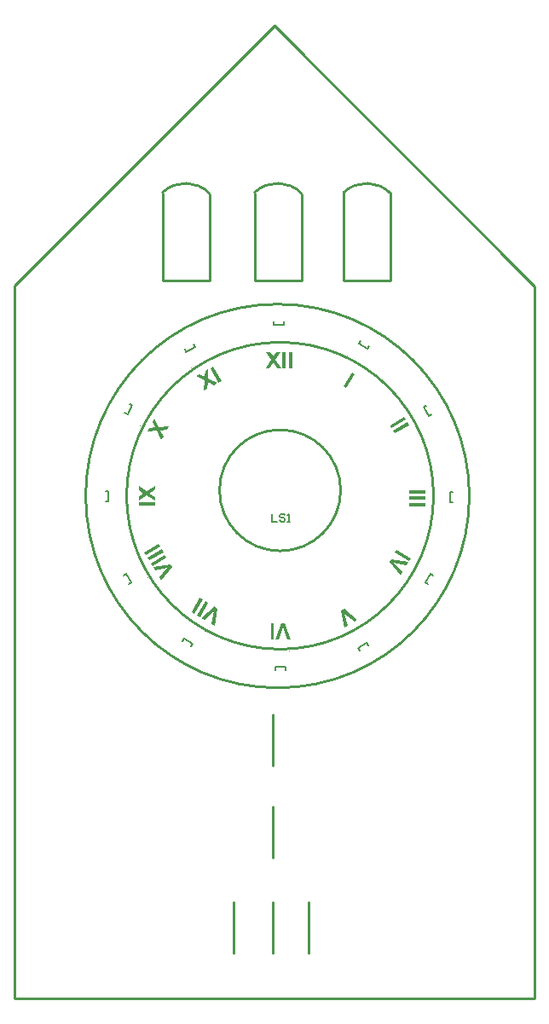
<source format=gto>
G04*
G04 #@! TF.GenerationSoftware,Altium Limited,Altium Designer,18.1.9 (240)*
G04*
G04 Layer_Color=65535*
%FSLAX24Y24*%
%MOIN*%
G70*
G01*
G75*
%ADD10C,0.0100*%
%ADD11C,0.0039*%
%ADD12C,0.0079*%
%ADD13C,0.0060*%
G36*
X7535Y15863D02*
X7215Y15309D01*
X7103Y15374D01*
X7423Y15928D01*
X7535Y15863D01*
D02*
G37*
G36*
X7750Y15739D02*
X7430Y15184D01*
X7318Y15249D01*
X7638Y15804D01*
X7750Y15739D01*
D02*
G37*
G36*
X8121Y15525D02*
X8000Y14856D01*
X7879Y14926D01*
X7975Y15417D01*
X7603Y15085D01*
X7483Y15154D01*
X8000Y15595D01*
X8121Y15525D01*
D02*
G37*
G36*
X15664Y17490D02*
X15600Y17378D01*
X15045Y17698D01*
X15110Y17810D01*
X15664Y17490D01*
D02*
G37*
G36*
X15570Y17327D02*
X15501Y17206D01*
X15009Y17302D01*
X15341Y16930D01*
X15272Y16811D01*
X14832Y17328D01*
X14901Y17449D01*
X15570Y17327D01*
D02*
G37*
G36*
X5819Y22611D02*
X6217Y22635D01*
X6140Y22501D01*
X5881Y22486D01*
X5998Y22255D01*
X5920Y22120D01*
X5742Y22478D01*
X5376Y22458D01*
X5451Y22588D01*
X5680Y22602D01*
X5578Y22808D01*
X5653Y22938D01*
X5819Y22611D01*
D02*
G37*
G36*
X5670Y20167D02*
X5454Y20026D01*
X5670Y19883D01*
Y19728D01*
X5337Y19949D01*
X5030Y19748D01*
Y19899D01*
X5221Y20026D01*
X5030Y20152D01*
Y20303D01*
X5337Y20102D01*
X5670Y20323D01*
Y20167D01*
D02*
G37*
G36*
Y19540D02*
X5030D01*
Y19670D01*
X5670D01*
Y19540D01*
D02*
G37*
G36*
X5872Y17931D02*
X5318Y17610D01*
X5253Y17723D01*
X5808Y18043D01*
X5872Y17931D01*
D02*
G37*
G36*
X5997Y17715D02*
X5442Y17395D01*
X5378Y17507D01*
X5932Y17827D01*
X5997Y17715D01*
D02*
G37*
G36*
X6121Y17500D02*
X5567Y17180D01*
X5502Y17292D01*
X6056Y17612D01*
X6121Y17500D01*
D02*
G37*
G36*
X6335Y17129D02*
X5896Y16610D01*
X5826Y16731D01*
X6155Y17109D01*
X5666Y17007D01*
X5597Y17127D01*
X6265Y17250D01*
X6335Y17129D01*
D02*
G37*
G36*
X10375Y25253D02*
X10595Y24920D01*
X10439D01*
X10298Y25136D01*
X10155Y24920D01*
X10000D01*
X10221Y25253D01*
X10020Y25560D01*
X10171D01*
X10298Y25369D01*
X10425Y25560D01*
X10575D01*
X10375Y25253D01*
D02*
G37*
G36*
X11036Y24920D02*
X10906D01*
Y25560D01*
X11036D01*
Y24920D01*
D02*
G37*
G36*
X10787D02*
X10658D01*
Y25560D01*
X10787D01*
Y24920D01*
D02*
G37*
G36*
X7738Y24506D02*
X8095Y24327D01*
X7961Y24250D01*
X7730Y24366D01*
X7715Y24108D01*
X7580Y24030D01*
X7605Y24429D01*
X7278Y24595D01*
X7408Y24670D01*
X7614Y24567D01*
X7628Y24797D01*
X7758Y24872D01*
X7738Y24506D01*
D02*
G37*
G36*
X8262Y24424D02*
X8150Y24359D01*
X7830Y24913D01*
X7942Y24978D01*
X8262Y24424D01*
D02*
G37*
G36*
X10980Y14310D02*
X10840D01*
X10678Y14784D01*
X10521Y14310D01*
X10383D01*
X10611Y14950D01*
X10751D01*
X10980Y14310D01*
D02*
G37*
G36*
X10322D02*
X10193D01*
Y14950D01*
X10322D01*
Y14310D01*
D02*
G37*
G36*
X16250Y20020D02*
X15610D01*
Y20150D01*
X16250D01*
Y20020D01*
D02*
G37*
G36*
Y19772D02*
X15610D01*
Y19901D01*
X16250D01*
Y19772D01*
D02*
G37*
G36*
Y19523D02*
X15610D01*
Y19652D01*
X16250D01*
Y19523D01*
D02*
G37*
G36*
X13590Y15066D02*
X13469Y14996D01*
X13091Y15325D01*
X13193Y14836D01*
X13073Y14767D01*
X12950Y15435D01*
X13071Y15505D01*
X13590Y15066D01*
D02*
G37*
G36*
X15479Y22898D02*
X14925Y22578D01*
X14860Y22690D01*
X15414Y23010D01*
X15479Y22898D01*
D02*
G37*
G36*
X15604Y22682D02*
X15049Y22362D01*
X14984Y22475D01*
X15539Y22795D01*
X15604Y22682D01*
D02*
G37*
G36*
X13472Y24690D02*
X13152Y24135D01*
X13040Y24200D01*
X13360Y24754D01*
X13472Y24690D01*
D02*
G37*
D10*
X12929Y20140D02*
G03*
X12929Y20140I-2369J0D01*
G01*
X14890Y31740D02*
G03*
X13050Y31790I-945J-895D01*
G01*
X11410Y31740D02*
G03*
X9570Y31790I-945J-895D01*
G01*
X7810Y31740D02*
G03*
X5970Y31790I-945J-895D01*
G01*
X16560Y19930D02*
G03*
X16560Y19930I-6000J0D01*
G01*
X17960Y19920D02*
G03*
X17960Y19920I-7500J0D01*
G01*
X170Y28140D02*
X170Y300D01*
X170Y28140D02*
X10330Y38300D01*
X20510Y28120D01*
X20510Y280D01*
X170Y280D02*
X20510Y280D01*
X11680Y2060D02*
Y4060D01*
X10260Y2060D02*
Y4060D01*
X8730Y2060D02*
Y4060D01*
X10270Y5770D02*
Y7770D01*
Y9370D02*
Y11370D01*
X13050Y28350D02*
X14890D01*
X13050D02*
Y31760D01*
X14890Y28350D02*
Y31710D01*
X9570Y28350D02*
X11410D01*
X9570D02*
Y31760D01*
X11410Y28350D02*
Y31710D01*
X7810Y28350D02*
Y31710D01*
X5970Y28350D02*
Y31760D01*
Y28350D02*
X7810D01*
D11*
X5401Y16727D02*
G03*
X5401Y16727I-20J0D01*
G01*
X10940Y13870D02*
G03*
X10940Y13870I-20J0D01*
G01*
X13773Y14811D02*
G03*
X13773Y14811I-20J0D01*
G01*
X15988Y17333D02*
G03*
X15988Y17333I-20J0D01*
G01*
X16580Y20220D02*
G03*
X16580Y20220I-20J0D01*
G01*
X15558Y23213D02*
G03*
X15558Y23213I-20J0D01*
G01*
X13217Y25409D02*
G03*
X13217Y25409I-20J0D01*
G01*
X10180Y25980D02*
G03*
X10180Y25980I-20J0D01*
G01*
X7097Y24929D02*
G03*
X7097Y24929I-20J0D01*
G01*
X5091Y22667D02*
G03*
X5091Y22667I-20J0D01*
G01*
X4510Y19560D02*
G03*
X4510Y19560I-20J0D01*
G01*
X7623Y14621D02*
G03*
X7623Y14621I-20J0D01*
G01*
D12*
X4553Y16880D02*
X4750Y16539D01*
X4450Y16821D02*
X4553Y16880D01*
X4647Y16480D02*
X4750Y16539D01*
X10373Y13229D02*
X10767D01*
X10373Y13111D02*
Y13229D01*
X10767Y13111D02*
Y13229D01*
X13600Y13983D02*
X13941Y14180D01*
X13600Y13983D02*
X13659Y13880D01*
X13941Y14180D02*
X14000Y14077D01*
X16250Y16539D02*
X16447Y16880D01*
X16250Y16539D02*
X16353Y16480D01*
X16447Y16880D02*
X16550Y16821D01*
X17201Y19673D02*
Y20067D01*
Y19673D02*
X17319D01*
X17201Y20067D02*
X17319D01*
X16170Y23401D02*
X16367Y23060D01*
X16470Y23119D01*
X16170Y23401D02*
X16273Y23460D01*
X13650Y25887D02*
X13991Y25690D01*
X14050Y25793D01*
X13650Y25887D02*
X13709Y25990D01*
X10313Y26621D02*
X10707D01*
Y26739D01*
X10313Y26621D02*
Y26739D01*
X6889Y25560D02*
X7230Y25757D01*
X7171Y25860D02*
X7230Y25757D01*
X6830Y25663D02*
X6889Y25560D01*
X4593Y23120D02*
X4790Y23461D01*
X4687Y23520D02*
X4790Y23461D01*
X4490Y23179D02*
X4593Y23120D01*
X3849Y19713D02*
Y20107D01*
X3731D02*
X3849D01*
X3731Y19713D02*
X3849D01*
X6809Y14340D02*
X7150Y14143D01*
X6750Y14237D02*
X6809Y14340D01*
X7091Y14040D02*
X7150Y14143D01*
D13*
X10250Y19220D02*
Y18920D01*
X10450D01*
X10750Y19170D02*
X10700Y19220D01*
X10600D01*
X10550Y19170D01*
Y19120D01*
X10600Y19070D01*
X10700D01*
X10750Y19020D01*
Y18970D01*
X10700Y18920D01*
X10600D01*
X10550Y18970D01*
X10850Y18920D02*
X10950D01*
X10900D01*
Y19220D01*
X10850Y19170D01*
M02*

</source>
